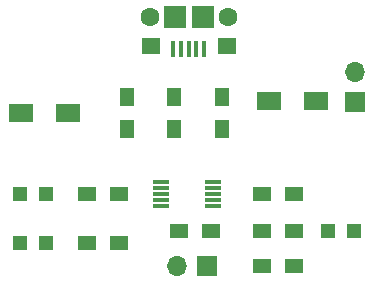
<source format=gbr>
G04 #@! TF.FileFunction,Soldermask,Top*
%FSLAX46Y46*%
G04 Gerber Fmt 4.6, Leading zero omitted, Abs format (unit mm)*
G04 Created by KiCad (PCBNEW 4.0.6-e0-6349~53~ubuntu14.04.1) date Sat Mar 25 21:58:17 2017*
%MOMM*%
%LPD*%
G01*
G04 APERTURE LIST*
%ADD10C,0.100000*%
%ADD11R,1.200000X1.200000*%
%ADD12R,1.500000X1.300000*%
%ADD13R,1.300000X1.500000*%
%ADD14R,1.400000X0.300000*%
%ADD15R,1.700000X1.700000*%
%ADD16O,1.700000X1.700000*%
%ADD17R,2.000000X1.600000*%
%ADD18R,1.900000X1.890000*%
%ADD19R,0.400000X1.350000*%
%ADD20R,1.600000X1.400000*%
%ADD21C,1.600000*%
G04 APERTURE END LIST*
D10*
D11*
X172200000Y-106000000D03*
X170000000Y-106000000D03*
X143900000Y-107000000D03*
X146100000Y-107000000D03*
X143900000Y-102875000D03*
X146100000Y-102875000D03*
D12*
X152350000Y-102875000D03*
X149650000Y-102875000D03*
X152350000Y-107000000D03*
X149650000Y-107000000D03*
X164450000Y-106000000D03*
X167150000Y-106000000D03*
X167150000Y-109000000D03*
X164450000Y-109000000D03*
X167125000Y-102875000D03*
X164425000Y-102875000D03*
X157400000Y-106000000D03*
X160100000Y-106000000D03*
D13*
X161000000Y-97350000D03*
X161000000Y-94650000D03*
X157000000Y-97350000D03*
X157000000Y-94650000D03*
D14*
X155915000Y-101870000D03*
X155915000Y-102370000D03*
X155915000Y-102870000D03*
X155915000Y-103370000D03*
X155915000Y-103870000D03*
X160315000Y-103870000D03*
X160315000Y-103370000D03*
X160315000Y-102870000D03*
X160315000Y-102370000D03*
X160315000Y-101870000D03*
D15*
X159750000Y-109000000D03*
D16*
X157210000Y-109000000D03*
D15*
X172325000Y-95125000D03*
D16*
X172325000Y-92585000D03*
D17*
X144000000Y-96000000D03*
X148000000Y-96000000D03*
X169000000Y-95000000D03*
X165000000Y-95000000D03*
D18*
X157025000Y-87925000D03*
X159425000Y-87925000D03*
D19*
X159525000Y-90600000D03*
X158875000Y-90600000D03*
X158225000Y-90600000D03*
X157575000Y-90600000D03*
X156925000Y-90600000D03*
D20*
X161425000Y-90375000D03*
X155025000Y-90375000D03*
D21*
X161525000Y-87925000D03*
X154925000Y-87925000D03*
D13*
X153000000Y-97350000D03*
X153000000Y-94650000D03*
M02*

</source>
